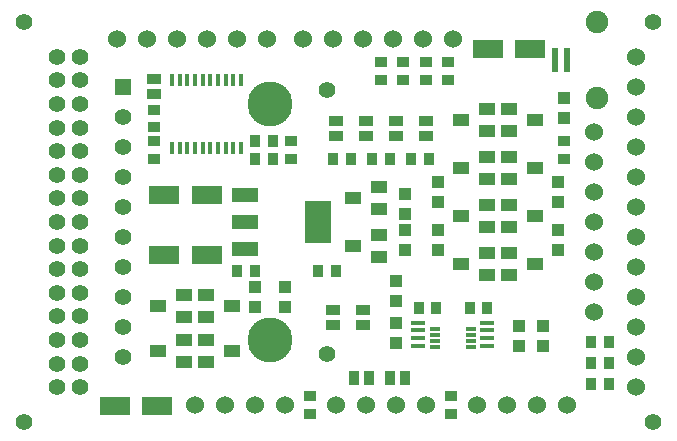
<source format=gts>
%FSLAX46Y46*%
G04 Gerber Fmt 4.6, Leading zero omitted, Abs format (unit mm)*
G04 Created by KiCad (PCBNEW (2014-jul-16 BZR unknown)-product) date vie 22 ago 2014 20:47:43 CST*
%MOMM*%
G01*
G04 APERTURE LIST*
%ADD10C,0.150000*%
%ADD11R,0.500000X2.000000*%
%ADD12R,1.397000X1.397000*%
%ADD13C,1.397000*%
%ADD14C,3.810000*%
%ADD15C,1.422400*%
%ADD16C,1.524000*%
%ADD17C,1.905000*%
%ADD18R,1.399540X0.998220*%
%ADD19R,1.198880X0.347980*%
%ADD20R,0.900000X0.300000*%
%ADD21R,1.099820X0.998220*%
%ADD22C,1.400000*%
%ADD23R,0.304800X0.990600*%
%ADD24R,2.232660X1.216660*%
%ADD25R,2.199640X3.599180*%
%ADD26R,0.965200X1.270000*%
%ADD27R,1.270000X0.965200*%
%ADD28R,2.600960X1.600200*%
%ADD29R,0.899160X1.000760*%
%ADD30R,1.000760X0.899160*%
G04 APERTURE END LIST*
D10*
D11*
X240538000Y-61214000D03*
X241618000Y-61214000D03*
D12*
X203956920Y-63500000D03*
D13*
X203956920Y-66040000D03*
X203956920Y-68580000D03*
X203956920Y-71120000D03*
X203956920Y-73660000D03*
X203956920Y-76200000D03*
X203956920Y-78740000D03*
X203956920Y-81280000D03*
X203956920Y-83820000D03*
X203956920Y-86360000D03*
D14*
X216461340Y-64930020D03*
X216461340Y-84929980D03*
D15*
X198391780Y-60932060D03*
X200388220Y-60932060D03*
X198391780Y-62931040D03*
X200388220Y-62931040D03*
X198391780Y-64930020D03*
X200388220Y-64930020D03*
X198391780Y-66931540D03*
X200388220Y-66931540D03*
X198391780Y-68930520D03*
X200388220Y-68930520D03*
X198391780Y-70932040D03*
X200388220Y-70932040D03*
X198391780Y-72931020D03*
X200388220Y-72931020D03*
X198391780Y-74930000D03*
X200388220Y-74930000D03*
X198391780Y-76928980D03*
X200388220Y-76928980D03*
X198391780Y-78927960D03*
X200388220Y-78927960D03*
X198391780Y-80929480D03*
X200388220Y-80929480D03*
X198391780Y-82928460D03*
X200388220Y-82928460D03*
X198391780Y-84929980D03*
X200388220Y-84929980D03*
X198391780Y-86928960D03*
X200388220Y-86928960D03*
X198391780Y-88927940D03*
X200388220Y-88927940D03*
D16*
X203454000Y-59436000D03*
X205994000Y-59436000D03*
X208534000Y-59436000D03*
X211074000Y-59436000D03*
X213614000Y-59436000D03*
X216154000Y-59436000D03*
X231902000Y-59436000D03*
X229362000Y-59436000D03*
X226822000Y-59436000D03*
X224282000Y-59436000D03*
X221742000Y-59436000D03*
X219202000Y-59436000D03*
X229616000Y-90424000D03*
X227076000Y-90424000D03*
X224536000Y-90424000D03*
X221996000Y-90424000D03*
X210058000Y-90424000D03*
X212598000Y-90424000D03*
X215138000Y-90424000D03*
X217678000Y-90424000D03*
X241554000Y-90424000D03*
X239014000Y-90424000D03*
X236474000Y-90424000D03*
X233934000Y-90424000D03*
D17*
X244094000Y-57965340D03*
X244094000Y-64411860D03*
D16*
X243840000Y-67310000D03*
X243840000Y-69850000D03*
X243840000Y-72390000D03*
X243840000Y-74930000D03*
X243840000Y-77470000D03*
X243840000Y-80010000D03*
X243840000Y-82550000D03*
X247396000Y-88900000D03*
X247396000Y-86360000D03*
X247396000Y-83820000D03*
X247396000Y-81280000D03*
X247396000Y-78740000D03*
X247396000Y-76200000D03*
X247396000Y-73660000D03*
X247396000Y-71120000D03*
X247396000Y-68580000D03*
X247396000Y-66040000D03*
X247396000Y-63500000D03*
X247396000Y-60960000D03*
D18*
X236644180Y-65344040D03*
X236644180Y-67243960D03*
X238843820Y-66294000D03*
X234779820Y-67243960D03*
X234779820Y-65344040D03*
X232580180Y-66294000D03*
X236644180Y-69408040D03*
X236644180Y-71307960D03*
X238843820Y-70358000D03*
X234779820Y-71307960D03*
X234779820Y-69408040D03*
X232580180Y-70358000D03*
X236644180Y-73472040D03*
X236644180Y-75371960D03*
X238843820Y-74422000D03*
X234779820Y-75371960D03*
X234779820Y-73472040D03*
X232580180Y-74422000D03*
X236644180Y-77536040D03*
X236644180Y-79435960D03*
X238843820Y-78486000D03*
X234779820Y-79435960D03*
X234779820Y-77536040D03*
X232580180Y-78486000D03*
D19*
X234847540Y-85406020D03*
X234847540Y-84755780D03*
X234847540Y-84110620D03*
X234847540Y-83460380D03*
X229000460Y-83460380D03*
X229000460Y-84110620D03*
X229000460Y-84755780D03*
X229000460Y-85406020D03*
D20*
X233478000Y-85484000D03*
X233478000Y-84984000D03*
X233478000Y-84484000D03*
X233478000Y-83984000D03*
X230378000Y-83984000D03*
X230378000Y-84484000D03*
X230378000Y-84984000D03*
X230378000Y-85484000D03*
D18*
X209125820Y-86801960D03*
X209125820Y-84902040D03*
X206926180Y-85852000D03*
X210990180Y-84902040D03*
X210990180Y-86801960D03*
X213189820Y-85852000D03*
X210990180Y-81092040D03*
X210990180Y-82991960D03*
X213189820Y-82042000D03*
X209125820Y-82991960D03*
X209125820Y-81092040D03*
X206926180Y-82042000D03*
X225635820Y-77911960D03*
X225635820Y-76012040D03*
X223436180Y-76962000D03*
X225635820Y-73847960D03*
X225635820Y-71948040D03*
X223436180Y-72898000D03*
D21*
X215138000Y-82128360D03*
X215138000Y-80431640D03*
D22*
X221259000Y-86080600D03*
X195644000Y-57975500D03*
X195644000Y-91884500D03*
X248856000Y-91884500D03*
X248856000Y-57975500D03*
X221259000Y-63779400D03*
D23*
X208150460Y-68701920D03*
X208800700Y-68701920D03*
X209450940Y-68701920D03*
X210101180Y-68701920D03*
X210751420Y-68701920D03*
X211396580Y-68701920D03*
X212046820Y-68701920D03*
X212697060Y-68701920D03*
X213347300Y-68701920D03*
X213997540Y-68701920D03*
X213997540Y-62870080D03*
X213347300Y-62870080D03*
X212697060Y-62870080D03*
X212046820Y-62870080D03*
X211396580Y-62870080D03*
X210751420Y-62870080D03*
X210101180Y-62870080D03*
X209450940Y-62870080D03*
X208800700Y-62870080D03*
X208150460Y-62870080D03*
D24*
X214325200Y-72621140D03*
X214325200Y-74930000D03*
X214325200Y-77238860D03*
D25*
X220522800Y-74930000D03*
D21*
X237490000Y-85430360D03*
X237490000Y-83733640D03*
X239522000Y-85430360D03*
X239522000Y-83733640D03*
X240792000Y-77302360D03*
X240792000Y-75605640D03*
X230632000Y-73238360D03*
X230632000Y-71541640D03*
X240792000Y-73238360D03*
X240792000Y-71541640D03*
X230632000Y-75605640D03*
X230632000Y-77302360D03*
X217678000Y-82128360D03*
X217678000Y-80431640D03*
X227838000Y-75605640D03*
X227838000Y-77302360D03*
X227838000Y-72557640D03*
X227838000Y-74254360D03*
X241300000Y-66126360D03*
X241300000Y-64429640D03*
X227076000Y-81620360D03*
X227076000Y-79923640D03*
X227076000Y-85176360D03*
X227076000Y-83479640D03*
D26*
X227838000Y-88138000D03*
X226568000Y-88138000D03*
X223520000Y-88138000D03*
X224790000Y-88138000D03*
D27*
X206629000Y-64135000D03*
X206629000Y-62865000D03*
X224282000Y-82423000D03*
X224282000Y-83693000D03*
X229616000Y-66421000D03*
X229616000Y-67691000D03*
X227076000Y-66421000D03*
X227076000Y-67691000D03*
X221742000Y-82423000D03*
X221742000Y-83693000D03*
X224536000Y-66421000D03*
X224536000Y-67691000D03*
X221996000Y-66421000D03*
X221996000Y-67691000D03*
D28*
X211096860Y-77724000D03*
X207495140Y-77724000D03*
X238464860Y-60325000D03*
X234863140Y-60325000D03*
D29*
X225054160Y-69596000D03*
X226557840Y-69596000D03*
D30*
X206629000Y-68082160D03*
X206629000Y-69585840D03*
D29*
X228356160Y-69596000D03*
X229859840Y-69596000D03*
D30*
X219837000Y-91175840D03*
X219837000Y-89672160D03*
D29*
X245099840Y-86868000D03*
X243596160Y-86868000D03*
X245099840Y-85090000D03*
X243596160Y-85090000D03*
X229016160Y-82194400D03*
X230519840Y-82194400D03*
X221985840Y-79121000D03*
X220482160Y-79121000D03*
D30*
X218186000Y-68082160D03*
X218186000Y-69585840D03*
D29*
X215148160Y-69596000D03*
X216651840Y-69596000D03*
X216651840Y-68072000D03*
X215148160Y-68072000D03*
X221752160Y-69596000D03*
X223255840Y-69596000D03*
D30*
X227711000Y-62918340D03*
X227711000Y-61414660D03*
X241300000Y-68082160D03*
X241300000Y-69585840D03*
X229616000Y-62918340D03*
X229616000Y-61414660D03*
X231775000Y-89672160D03*
X231775000Y-91175840D03*
D29*
X245099840Y-88646000D03*
X243596160Y-88646000D03*
X234837840Y-82194400D03*
X233334160Y-82194400D03*
D30*
X231521000Y-62918340D03*
X231521000Y-61414660D03*
X206629000Y-65415160D03*
X206629000Y-66918840D03*
X225806000Y-62918340D03*
X225806000Y-61414660D03*
D28*
X211096860Y-72644000D03*
X207495140Y-72644000D03*
D29*
X215152840Y-79121000D03*
X213649160Y-79121000D03*
D28*
X206880860Y-90525600D03*
X203279140Y-90525600D03*
M02*

</source>
